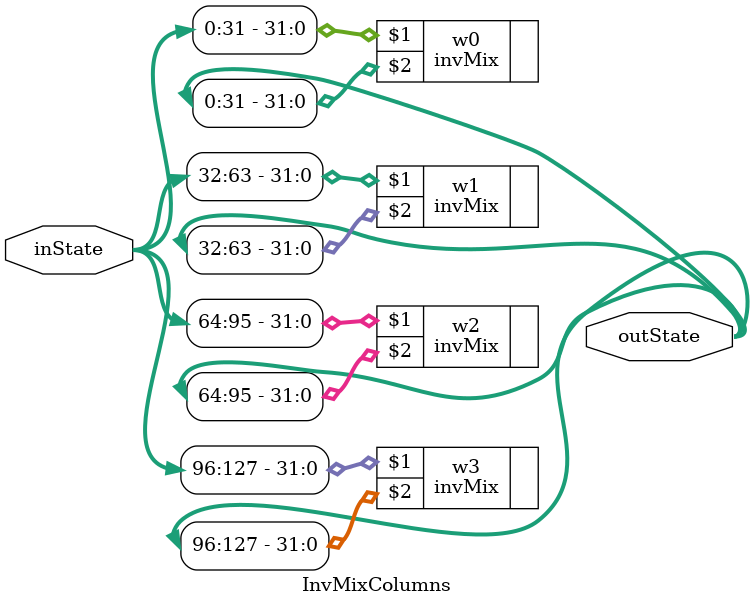
<source format=v>
module InvMixColumns (
    input [0:127] inState,
    output [0:127] outState
);
    invMix w0(inState[0:31], outState[0:31]);
    invMix w1(inState[32:63], outState[32:63]);
    invMix w2(inState[64:95], outState[64:95]);
    invMix w3(inState[96:127], outState[96:127]);
endmodule

</source>
